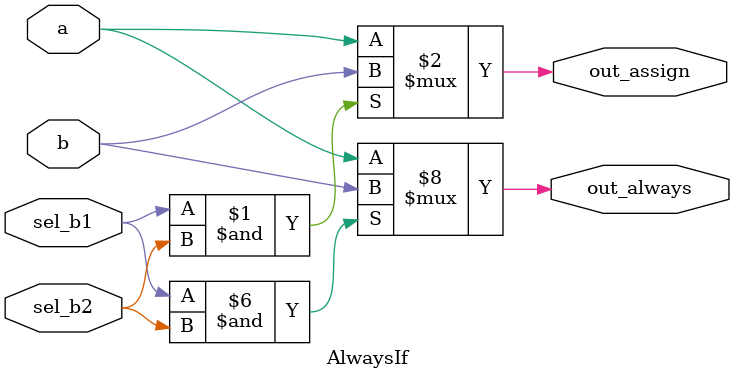
<source format=v>
module AlwaysIf(
	input a,
    input b,
    input sel_b1,
    input sel_b2,
    output wire out_assign,
    output reg out_always 
    );

	assign out_assign = (sel_b1 & sel_b2)?b:a;
	
	always@(*)begin
		if((sel_b1 == 1'b1)&(sel_b2 == 1'b1))
			out_always = b;
		else
			out_always = a;
	
	end
endmodule

</source>
